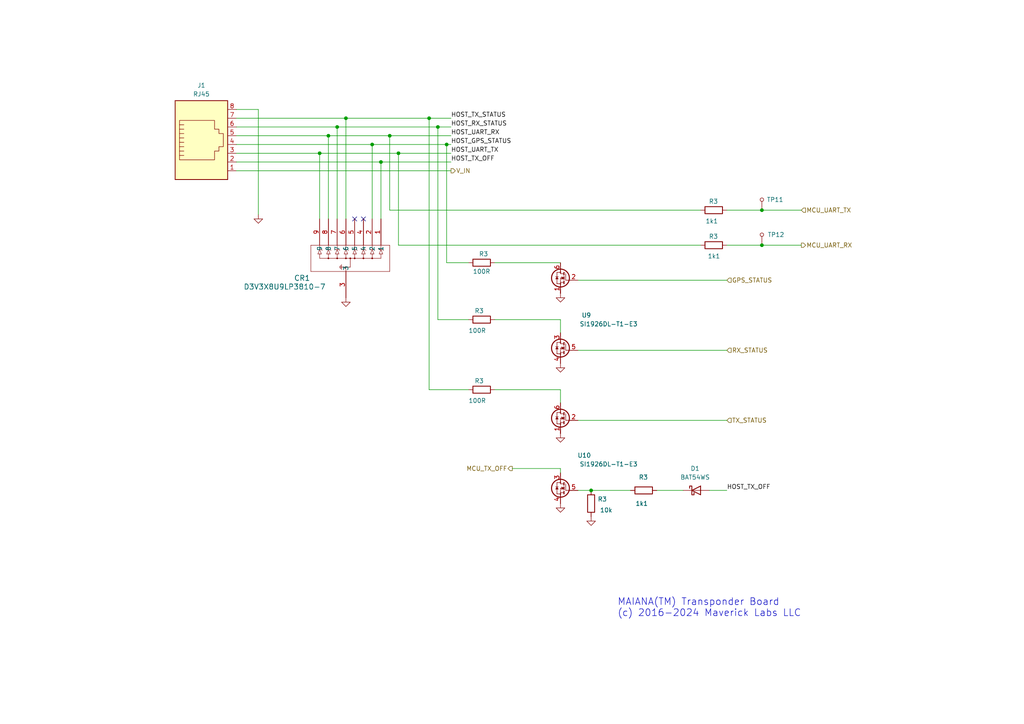
<source format=kicad_sch>
(kicad_sch (version 20230121) (generator eeschema)
  (paper "A4")
  (title_block (title "Off Board Connections") (date "2024-02-03") (rev "11.9.1"))
  (lib_symbols
    (symbol "Connector:RJ45" (pin_names (offset 1.016))
      (property "Reference" "J" (at -5.08 13.97 0))
      (property "Value" "RJ45" (at 2.54 13.97 0))
      (symbol "RJ45_0_1"
        (polyline (pts (xy -5.08 4.445) (xy -6.35 4.445)))
        (polyline (pts (xy -5.08 5.715) (xy -6.35 5.715)))
        (polyline (pts (xy -6.35 -3.175) (xy -5.08 -3.175) (xy -5.08 -3.175)))
        (polyline (pts (xy -6.35 -1.905) (xy -5.08 -1.905) (xy -5.08 -1.905)))
        (polyline (pts (xy -6.35 -0.635) (xy -5.08 -0.635) (xy -5.08 -0.635)))
        (polyline (pts (xy -6.35 0.635) (xy -5.08 0.635) (xy -5.08 0.635)))
        (polyline (pts (xy -6.35 1.905) (xy -5.08 1.905) (xy -5.08 1.905)))
        (polyline (pts (xy -5.08 3.175) (xy -6.35 3.175) (xy -6.35 3.175)))
        (polyline (pts (xy -6.35 -4.445) (xy -6.35 6.985) (xy 3.81 6.985) (xy 3.81 4.445) (xy 5.08 4.445) (xy 5.08 3.175) (xy 6.35 3.175) (xy 6.35 -0.635) (xy 5.08 -0.635) (xy 5.08 -1.905) (xy 3.81 -1.905) (xy 3.81 -4.445) (xy -6.35 -4.445) (xy -6.35 -4.445)))
        (rectangle (start 7.62 12.7) (end -7.62 -10.16) (stroke (width 0.254)) (fill (type background)))
      )
      (symbol "RJ45_1_1"
        (pin passive line (at 10.16 -7.62 180) (length 2.54) (name "~") (number "1"))
        (pin passive line (at 10.16 -5.08 180) (length 2.54) (name "~") (number "2"))
        (pin passive line (at 10.16 -2.54 180) (length 2.54) (name "~") (number "3"))
        (pin passive line (at 10.16 0 180) (length 2.54) (name "~") (number "4"))
        (pin passive line (at 10.16 2.54 180) (length 2.54) (name "~") (number "5"))
        (pin passive line (at 10.16 5.08 180) (length 2.54) (name "~") (number "6"))
        (pin passive line (at 10.16 7.62 180) (length 2.54) (name "~") (number "7"))
        (pin passive line (at 10.16 10.16 180) (length 2.54) (name "~") (number "8"))
      )
    )
    (symbol "D3V3X8U9LP3810:D3V3X8U9LP3810-7" (pin_names (offset 0.254))
      (property "Reference" "CR" (at 12.7 17.78 0))
      (property "Value" "D3V3X8U9LP3810-7" (at 12.7 15.24 0))
      (symbol "D3V3X8U9LP3810-7_0_1"
        (polyline (pts (xy 7.62 -10.16) (xy 15.24 -10.16)) (stroke (width 0.127)))
        (polyline (pts (xy 7.62 0) (xy 8.89 0)) (stroke (width 0.127)))
        (polyline (pts (xy 7.62 12.7) (xy 7.62 -10.16)) (stroke (width 0.127)))
        (polyline (pts (xy 8.382 -1.524) (xy 9.398 -1.524)) (stroke (width 0.127)))
        (polyline (pts (xy 8.636 -1.778) (xy 9.144 -1.778)) (stroke (width 0.127)))
        (polyline (pts (xy 8.89 1.27) (xy 8.89 -1.27)) (stroke (width 0.127)))
        (polyline (pts (xy 8.89 1.27) (xy 11.43 1.27)) (stroke (width 0.127)))
        (polyline (pts (xy 9.652 -1.27) (xy 8.128 -1.27)) (stroke (width 0.127)))
        (polyline (pts (xy 11.43 -7.62) (xy 12.7 -7.62)) (stroke (width 0.127)))
        (polyline (pts (xy 11.43 -5.08) (xy 12.7 -5.08)) (stroke (width 0.127)))
        (polyline (pts (xy 11.43 -2.54) (xy 12.7 -2.54)) (stroke (width 0.127)))
        (polyline (pts (xy 11.43 0) (xy 12.7 0)) (stroke (width 0.127)))
        (polyline (pts (xy 11.43 2.54) (xy 12.7 2.54)) (stroke (width 0.127)))
        (polyline (pts (xy 11.43 5.08) (xy 12.7 5.08)) (stroke (width 0.127)))
        (polyline (pts (xy 11.43 7.62) (xy 12.7 7.62)) (stroke (width 0.127)))
        (polyline (pts (xy 11.43 10.16) (xy 11.43 -7.62)) (stroke (width 0.127)))
        (polyline (pts (xy 11.43 10.16) (xy 12.7 10.16)) (stroke (width 0.127)))
        (polyline (pts (xy 12.7 -7.112) (xy 12.7 -8.128)) (stroke (width 0.127)))
        (polyline (pts (xy 12.7 -7.112) (xy 13.97 -7.62)) (stroke (width 0.127)))
        (polyline (pts (xy 12.7 -4.572) (xy 12.7 -5.588)) (stroke (width 0.127)))
        (polyline (pts (xy 12.7 -4.572) (xy 13.97 -5.08)) (stroke (width 0.127)))
        (polyline (pts (xy 12.7 -2.032) (xy 12.7 -3.048)) (stroke (width 0.127)))
        (polyline (pts (xy 12.7 -2.032) (xy 13.97 -2.54)) (stroke (width 0.127)))
        (polyline (pts (xy 12.7 0.508) (xy 12.7 -0.508)) (stroke (width 0.127)))
        (polyline (pts (xy 12.7 0.508) (xy 13.97 0)) (stroke (width 0.127)))
        (polyline (pts (xy 12.7 3.048) (xy 12.7 2.032)) (stroke (width 0.127)))
        (polyline (pts (xy 12.7 3.048) (xy 13.97 2.54)) (stroke (width 0.127)))
        (polyline (pts (xy 12.7 5.588) (xy 12.7 4.572)) (stroke (width 0.127)))
        (polyline (pts (xy 12.7 5.588) (xy 13.97 5.08)) (stroke (width 0.127)))
        (polyline (pts (xy 12.7 8.128) (xy 12.7 7.112)) (stroke (width 0.127)))
        (polyline (pts (xy 12.7 8.128) (xy 13.97 7.62)) (stroke (width 0.127)))
        (polyline (pts (xy 12.7 10.668) (xy 12.7 9.652)) (stroke (width 0.127)))
        (polyline (pts (xy 12.7 10.668) (xy 13.97 10.16)) (stroke (width 0.127)))
        (polyline (pts (xy 13.97 -7.62) (xy 12.7 -8.128)) (stroke (width 0.127)))
        (polyline (pts (xy 13.97 -7.62) (xy 15.24 -7.62)) (stroke (width 0.127)))
        (polyline (pts (xy 13.97 -7.112) (xy 13.716 -6.858)) (stroke (width 0.127)))
        (polyline (pts (xy 13.97 -7.112) (xy 13.97 -8.128)) (stroke (width 0.127)))
        (polyline (pts (xy 13.97 -5.588) (xy 14.224 -5.842)) (stroke (width 0.127)))
        (polyline (pts (xy 13.97 -5.08) (xy 12.7 -5.588)) (stroke (width 0.127)))
        (polyline (pts (xy 13.97 -5.08) (xy 15.24 -5.08)) (stroke (width 0.127)))
        (polyline (pts (xy 13.97 -4.572) (xy 13.716 -4.318)) (stroke (width 0.127)))
        (polyline (pts (xy 13.97 -4.572) (xy 13.97 -5.588)) (stroke (width 0.127)))
        (polyline (pts (xy 13.97 -3.048) (xy 14.224 -3.302)) (stroke (width 0.127)))
        (polyline (pts (xy 13.97 -2.54) (xy 12.7 -3.048)) (stroke (width 0.127)))
        (polyline (pts (xy 13.97 -2.54) (xy 15.24 -2.54)) (stroke (width 0.127)))
        (polyline (pts (xy 13.97 -2.032) (xy 13.716 -1.778)) (stroke (width 0.127)))
        (polyline (pts (xy 13.97 -2.032) (xy 13.97 -3.048)) (stroke (width 0.127)))
        (polyline (pts (xy 13.97 -0.508) (xy 14.224 -0.762)) (stroke (width 0.127)))
        (polyline (pts (xy 13.97 0) (xy 12.7 -0.508)) (stroke (width 0.127)))
        (polyline (pts (xy 13.97 0) (xy 15.24 0)) (stroke (width 0.127)))
        (polyline (pts (xy 13.97 0.508) (xy 13.716 0.762)) (stroke (width 0.127)))
        (polyline (pts (xy 13.97 0.508) (xy 13.97 -0.508)) (stroke (width 0.127)))
        (polyline (pts (xy 13.97 2.032) (xy 14.224 1.778)) (stroke (width 0.127)))
        (polyline (pts (xy 13.97 2.54) (xy 12.7 2.032)) (stroke (width 0.127)))
        (polyline (pts (xy 13.97 2.54) (xy 15.24 2.54)) (stroke (width 0.127)))
        (polyline (pts (xy 13.97 3.048) (xy 13.716 3.302)) (stroke (width 0.127)))
        (polyline (pts (xy 13.97 3.048) (xy 13.97 2.032)) (stroke (width 0.127)))
        (polyline (pts (xy 13.97 4.572) (xy 14.224 4.318)) (stroke (width 0.127)))
        (polyline (pts (xy 13.97 5.08) (xy 12.7 4.572)) (stroke (width 0.127)))
        (polyline (pts (xy 13.97 5.08) (xy 15.24 5.08)) (stroke (width 0.127)))
        (polyline (pts (xy 13.97 5.588) (xy 13.716 5.842)) (stroke (width 0.127)))
        (polyline (pts (xy 13.97 5.588) (xy 13.97 4.572)) (stroke (width 0.127)))
        (polyline (pts (xy 13.97 7.112) (xy 14.224 6.858)) (stroke (width 0.127)))
        (polyline (pts (xy 13.97 7.62) (xy 12.7 7.112)) (stroke (width 0.127)))
        (polyline (pts (xy 13.97 7.62) (xy 15.24 7.62)) (stroke (width 0.127)))
        (polyline (pts (xy 13.97 8.128) (xy 13.716 8.382)) (stroke (width 0.127)))
        (polyline (pts (xy 13.97 8.128) (xy 13.97 7.112)) (stroke (width 0.127)))
        (polyline (pts (xy 13.97 9.652) (xy 14.224 9.398)) (stroke (width 0.127)))
        (polyline (pts (xy 13.97 10.16) (xy 12.7 9.652)) (stroke (width 0.127)))
        (polyline (pts (xy 13.97 10.16) (xy 15.24 10.16)) (stroke (width 0.127)))
        (polyline (pts (xy 13.97 10.668) (xy 13.716 10.922)) (stroke (width 0.127)))
        (polyline (pts (xy 13.97 10.668) (xy 13.97 9.652)) (stroke (width 0.127)))
        (polyline (pts (xy 15.24 -10.16) (xy 15.24 12.7)) (stroke (width 0.127)))
        (polyline (pts (xy 15.24 12.7) (xy 7.62 12.7)) (stroke (width 0.127)))
        (circle (center 8.89 0) (radius 0.127) (stroke (width 0.254)))
        (circle (center 11.43 -5.08) (radius 0.127) (stroke (width 0.254)))
        (circle (center 11.43 -2.54) (radius 0.127) (stroke (width 0.254)))
        (circle (center 11.43 0) (radius 0.127) (stroke (width 0.254)))
        (circle (center 11.43 1.27) (radius 0.127) (stroke (width 0.254)))
        (circle (center 11.43 2.54) (radius 0.127) (stroke (width 0.254)))
        (circle (center 11.43 5.08) (radius 0.127) (stroke (width 0.254)))
        (circle (center 11.43 7.62) (radius 0.127) (stroke (width 0.254)))
        (pin unspecified line (at 22.86 10.16 180) (length 7.62) (name "1") (number "1"))
        (pin unspecified line (at 22.86 7.62 180) (length 7.62) (name "2") (number "2"))
        (pin unspecified line (at 0 0 0) (length 7.62) (name "3") (number "3"))
        (pin unspecified line (at 22.86 5.08 180) (length 7.62) (name "4") (number "4"))
        (pin unspecified line (at 22.86 2.54 180) (length 7.62) (name "5") (number "5"))
        (pin unspecified line (at 22.86 0 180) (length 7.62) (name "6") (number "6"))
        (pin unspecified line (at 22.86 -2.54 180) (length 7.62) (name "7") (number "7"))
        (pin unspecified line (at 22.86 -5.08 180) (length 7.62) (name "8") (number "8"))
        (pin unspecified line (at 22.86 -7.62 180) (length 7.62) (name "9") (number "9"))
      )
    )
    (symbol "Device:D_Schottky" (pin_numbers hide) (pin_names (offset 1.016) hide)
      (property "Reference" "D" (at 0 2.54 0))
      (property "Value" "D_Schottky" (at 0 -2.54 0))
      (symbol "D_Schottky_0_1"
        (polyline (pts (xy 1.27 0) (xy -1.27 0)))
        (polyline (pts (xy 1.27 1.27) (xy 1.27 -1.27) (xy -1.27 0) (xy 1.27 1.27)) (stroke (width 0.254)))
        (polyline (pts (xy -1.905 0.635) (xy -1.905 1.27) (xy -1.27 1.27) (xy -1.27 -1.27) (xy -0.635 -1.27) (xy -0.635 -0.635)) (stroke (width 0.254)))
      )
      (symbol "D_Schottky_1_1"
        (pin passive line (at -3.81 0 0) (length 2.54) (name "K") (number "1"))
        (pin passive line (at 3.81 0 180) (length 2.54) (name "A") (number "2"))
      )
    )
    (symbol "Device:R" (pin_numbers hide) (pin_names (offset 0))
      (property "Reference" "R" (at 2.032 0 90))
      (property "Value" "R" (at 0 0 90))
      (symbol "R_0_1"
        (rectangle (start -1.016 -2.54) (end 1.016 2.54) (stroke (width 0.254)))
      )
      (symbol "R_1_1"
        (pin passive line (at 0 3.81 270) (length 1.27) (name "~") (number "1"))
        (pin passive line (at 0 -3.81 90) (length 1.27) (name "~") (number "2"))
      )
    )
    (symbol "DualNMOS:DualNMOS"
      (property "Reference" "U" (at 6.604 1.397 0))
      (symbol "DualNMOS_1_1"
        (circle (center 0 -11.176) (radius 0.127))
        (circle (center 0 -9.525) (radius 2.5903) (stroke (width 0.3)))
        (circle (center 0 -7.874) (radius 0.127))
        (polyline (pts (xy -2.54 -10.16) (xy -1.524 -10.16)))
        (polyline (pts (xy -2.54 10.16) (xy -1.524 10.16)))
        (polyline (pts (xy -1.524 -10.16) (xy -1.524 -8.255)))
        (polyline (pts (xy -1.524 10.16) (xy -1.524 12.065)))
        (polyline (pts (xy -1.016 -10.414) (xy -1.016 -11.176)) (stroke (width 0.3)))
        (polyline (pts (xy -1.016 -9.144) (xy -1.016 -9.906)) (stroke (width 0.3)))
        (polyline (pts (xy -1.016 -7.874) (xy -1.016 -8.636)) (stroke (width 0.3)))
        (polyline (pts (xy -1.016 9.906) (xy -1.016 9.144)) (stroke (width 0.3)))
        (polyline (pts (xy -1.016 11.176) (xy -1.016 10.414)) (stroke (width 0.3)))
        (polyline (pts (xy -1.016 12.446) (xy -1.016 11.684)) (stroke (width 0.3)))
        (polyline (pts (xy -0.889 -10.795) (xy 0 -10.795)))
        (polyline (pts (xy -0.889 -9.525) (xy 0 -9.525)))
        (polyline (pts (xy -0.889 -8.255) (xy 0 -8.255)))
        (polyline (pts (xy -0.889 9.525) (xy 0 9.525)))
        (polyline (pts (xy -0.889 10.795) (xy 0 10.795)))
        (polyline (pts (xy -0.889 12.065) (xy 0 12.065)))
        (polyline (pts (xy 0 -10.795) (xy 0 -11.43)))
        (polyline (pts (xy 0 -9.525) (xy 0 -10.795)))
        (polyline (pts (xy 0 -8.255) (xy 0 -7.62)))
        (polyline (pts (xy 0 9.525) (xy 0 8.89)))
        (polyline (pts (xy 0 10.795) (xy 0 9.525)))
        (polyline (pts (xy 0 12.065) (xy 0 12.7)))
        (polyline (pts (xy 0.635 -9.144) (xy 1.397 -9.144)))
        (polyline (pts (xy 0.635 11.176) (xy 1.397 11.176)))
        (polyline (pts (xy 1.016 -11.176) (xy 0 -11.176)))
        (polyline (pts (xy 1.016 -11.049) (xy 1.016 -11.176)))
        (polyline (pts (xy 1.016 -9.779) (xy 1.016 -11.049)))
        (polyline (pts (xy 1.016 -9.271) (xy 1.016 -7.874)))
        (polyline (pts (xy 1.016 -7.874) (xy 0 -7.874)))
        (polyline (pts (xy 1.016 9.144) (xy 0 9.144)))
        (polyline (pts (xy 1.016 9.271) (xy 1.016 9.144)))
        (polyline (pts (xy 1.016 10.541) (xy 1.016 9.271)))
        (polyline (pts (xy 1.016 11.049) (xy 1.016 12.446)))
        (polyline (pts (xy 1.016 12.446) (xy 0 12.446)))
        (polyline (pts (xy 0 7.62) (xy 0 6.477) (xy 0 6.35)))
        (polyline (pts (xy -0.889 -9.525) (xy -0.381 -9.144) (xy -0.381 -9.906) (xy -0.889 -9.525)) (fill (type outline)))
        (polyline (pts (xy -0.889 10.795) (xy -0.381 11.176) (xy -0.381 10.414) (xy -0.889 10.795)) (fill (type outline)))
        (polyline (pts (xy 1.016 -9.271) (xy 1.397 -9.779) (xy 0.635 -9.779) (xy 1.016 -9.271)) (fill (type outline)))
        (polyline (pts (xy 1.016 11.049) (xy 1.397 10.541) (xy 0.635 10.541) (xy 1.016 11.049)) (fill (type outline)))
        (circle (center 0 9.144) (radius 0.127))
        (circle (center 0 10.795) (radius 2.5903) (stroke (width 0.3)))
        (circle (center 0 12.446) (radius 0.127))
        (pin input line (at 0 6.35 90) (length 2.54) (name "S1") (number "1"))
        (pin input line (at -5.08 10.16 0) (length 2.54) (name "G1") (number "2"))
        (pin input line (at 0 -5.08 270) (length 2.54) (name "D2") (number "3"))
        (pin input line (at 0 -13.97 90) (length 2.54) (name "S2") (number "4"))
        (pin input line (at -5.08 -10.16 0) (length 2.54) (name "G2") (number "5"))
        (pin input line (at 0 15.24 270) (length 2.54) (name "D1") (number "6"))
      )
    )
    (symbol "TestPads:TestPad-D1.2mm"
      (property "Reference" "TP" (at 1.27 4.826 0))
      (symbol "TestPad-D1.2mm_0_1"
        (circle (center 0 3.048) (radius 0.508))
      )
      (symbol "TestPad-D1.2mm_1_1"
        (pin passive line (at 0 0 90) (length 2.54) (name "P") (number "1"))
      )
    )
    (symbol "power:GND" (power) (pin_names (offset 0))
      (property "Value" "GND" (at 0 -3.81 0))
      (symbol "GND_0_1"
        (polyline (pts (xy 0 0) (xy 0 -1.27) (xy 1.27 -1.27) (xy 0 -2.54) (xy -1.27 -1.27) (xy 0 -1.27)))
      )
      (symbol "GND_1_1"
        (pin power_in line (at 0 0 270) (length 0) hide (name "GND") (number "1"))
      )
    )
  )
  (junction (at 127 36.83))
  (junction (at 100.33 34.29))
  (junction (at 220.98 71.12))
  (junction (at 95.25 39.37))
  (junction (at 92.71 44.45))
  (junction (at 113.03 39.37))
  (junction (at 97.79 36.83))
  (junction (at 115.57 44.45))
  (junction (at 171.45 142.24))
  (junction (at 220.98 60.96))
  (junction (at 107.95 41.91))
  (junction (at 129.54 41.91))
  (junction (at 110.49 46.99))
  (junction (at 124.46 34.29))
  (no_connect (at 105.41 63.5))
  (no_connect (at 102.87 63.5))
  (wire (pts (xy 115.57 44.45) (xy 130.81 44.45)))
  (wire (pts (xy 92.71 44.45) (xy 115.57 44.45)))
  (wire (pts (xy 68.58 44.45) (xy 92.71 44.45)))
  (wire (pts (xy 107.95 41.91) (xy 107.95 63.5)))
  (wire (pts (xy 135.89 92.71) (xy 127 92.71)))
  (wire (pts (xy 171.45 142.24) (xy 182.88 142.24)))
  (wire (pts (xy 129.54 76.2) (xy 135.89 76.2)))
  (wire (pts (xy 220.98 60.96) (xy 232.41 60.96)))
  (wire (pts (xy 167.64 142.24) (xy 171.45 142.24)))
  (wire (pts (xy 167.64 81.28) (xy 210.82 81.28)))
  (wire (pts (xy 143.51 113.03) (xy 162.56 113.03)))
  (wire (pts (xy 162.56 113.03) (xy 162.56 116.84)))
  (wire (pts (xy 129.54 76.2) (xy 129.54 41.91)))
  (wire (pts (xy 124.46 34.29) (xy 130.81 34.29)))
  (wire (pts (xy 115.57 71.12) (xy 115.57 44.45)))
  (wire (pts (xy 95.25 39.37) (xy 113.03 39.37)))
  (wire (pts (xy 129.54 41.91) (xy 130.81 41.91)))
  (wire (pts (xy 110.49 46.99) (xy 110.49 63.5)))
  (wire (pts (xy 135.89 113.03) (xy 124.46 113.03)))
  (wire (pts (xy 127 92.71) (xy 127 36.83)))
  (wire (pts (xy 107.95 41.91) (xy 129.54 41.91)))
  (wire (pts (xy 92.71 44.45) (xy 92.71 63.5)))
  (wire (pts (xy 68.58 31.75) (xy 74.93 31.75)))
  (wire (pts (xy 162.56 137.16) (xy 162.56 135.89)))
  (wire (pts (xy 167.64 121.92) (xy 210.82 121.92)))
  (wire (pts (xy 162.56 92.71) (xy 162.56 96.52)))
  (wire (pts (xy 68.58 34.29) (xy 100.33 34.29)))
  (wire (pts (xy 190.5 142.24) (xy 198.12 142.24)))
  (wire (pts (xy 210.82 60.96) (xy 220.98 60.96)))
  (wire (pts (xy 167.64 101.6) (xy 210.82 101.6)))
  (wire (pts (xy 162.56 135.89) (xy 148.59 135.89)))
  (wire (pts (xy 68.58 46.99) (xy 110.49 46.99)))
  (wire (pts (xy 115.57 71.12) (xy 203.2 71.12)))
  (wire (pts (xy 143.51 76.2) (xy 162.56 76.2)))
  (wire (pts (xy 220.98 71.12) (xy 232.41 71.12)))
  (wire (pts (xy 210.82 142.24) (xy 205.74 142.24)))
  (wire (pts (xy 95.25 39.37) (xy 95.25 63.5)))
  (wire (pts (xy 127 36.83) (xy 130.81 36.83)))
  (wire (pts (xy 113.03 39.37) (xy 130.81 39.37)))
  (wire (pts (xy 210.82 71.12) (xy 220.98 71.12)))
  (wire (pts (xy 113.03 60.96) (xy 203.2 60.96)))
  (wire (pts (xy 124.46 113.03) (xy 124.46 34.29)))
  (wire (pts (xy 100.33 34.29) (xy 100.33 63.5)))
  (wire (pts (xy 68.58 36.83) (xy 97.79 36.83)))
  (wire (pts (xy 97.79 36.83) (xy 127 36.83)))
  (wire (pts (xy 143.51 92.71) (xy 162.56 92.71)))
  (wire (pts (xy 68.58 39.37) (xy 95.25 39.37)))
  (wire (pts (xy 74.93 31.75) (xy 74.93 62.23)))
  (wire (pts (xy 97.79 36.83) (xy 97.79 63.5)))
  (wire (pts (xy 110.49 46.99) (xy 130.81 46.99)))
  (wire (pts (xy 68.58 49.53) (xy 130.81 49.53)))
  (wire (pts (xy 113.03 39.37) (xy 113.03 60.96)))
  (wire (pts (xy 100.33 34.29) (xy 124.46 34.29)))
  (wire (pts (xy 68.58 41.91) (xy 107.95 41.91)))
  (text "MAIANA(TM) Transponder Board\n(c) 2016-2024 Maverick Labs LLC" (at 179.07 179.07 0) (effects (font (size 2 2)) (justify left bottom)))
  (label "HOST_TX_OFF" (at 130.81 46.99 0))
  (label "HOST_UART_TX" (at 130.81 44.45 0))
  (label "HOST_RX_STATUS" (at 130.81 36.83 0))
  (label "HOST_UART_RX" (at 130.81 39.37 0))
  (label "HOST_GPS_STATUS" (at 130.81 41.91 0))
  (label "HOST_TX_STATUS" (at 130.81 34.29 0))
  (label "HOST_TX_OFF" (at 210.82 142.24 0))
  (hierarchical_label "GPS_STATUS" (shape input) (at 210.82 81.28 0))
  (hierarchical_label "MCU_UART_TX" (shape input) (at 232.41 60.96 0))
  (hierarchical_label "RX_STATUS" (shape input) (at 210.82 101.6 0))
  (hierarchical_label "MCU_TX_OFF" (shape output) (at 148.59 135.89 180))
  (hierarchical_label "MCU_UART_RX" (shape output) (at 232.41 71.12 0))
  (hierarchical_label "TX_STATUS" (shape input) (at 210.82 121.92 0))
  (hierarchical_label "V_IN" (shape output) (at 130.81 49.53 0))
  (symbol (lib_id "DualNMOS:DualNMOS") (at 162.56 132.08 0) (mirror y) (unit 1)
    (property "Reference" "U10" (at 171.45 132.08 0) (effects (justify left)))
    (property "Value" "SI1926DL-T1-E3" (at 176.53 134.62 0))
    (property "Footprint" "Package_TO_SOT_SMD:SOT-363_SC-70-6" (effects hide))
  )
  (symbol (lib_id "Device:R") (at 186.69 142.24 90) (unit 1)
    (property "Reference" "R3" (at 187.96 138.43 90) (effects (justify left)))
    (property "Value" "1k1" (at 187.96 146.05 90) (effects (justify left)))
    (property "Footprint" "Resistor_SMD:R_0603_1608Metric" (effects hide))
    (instances (project "transponder-11.9.1" (path "" (reference "R3") (unit 1)) (path "" (reference "R8") (unit 1)) (path "" (reference "R10") (unit 1)) (path "" (reference "R17") (unit 1))))
  )
  (symbol (lib_id "power:GND") (at 74.93 62.23 0) (unit 1)
    (property "Reference" "#PWR052" (effects hide))
    (property "Value" "GND" (effects hide))
  )
  (symbol (lib_id "Device:R") (at 139.7 76.2 90) (unit 1)
    (property "Reference" "R3" (at 141.605 73.66 90) (effects (justify left)))
    (property "Value" "100R" (at 142.24 78.74 90) (effects (justify left)))
    (property "Footprint" "Resistor_SMD:R_0603_1608Metric" (effects hide))
    (instances (project "transponder-11.9.1" (path "" (reference "R3") (unit 1)) (path "" (reference "R8") (unit 1)) (path "" (reference "R10") (unit 1)) (path "" (reference "R14") (unit 1))))
  )
  (symbol (lib_id "TestPads:TestPad-D1.2mm") (at 220.98 60.96 0) (unit 1)
    (property "Reference" "TP11" (at 222.377 57.912 0) (effects (justify left)))
    (property "Value" "~" (at 220.98 60.96 0))
    (property "Footprint" "TestPads:TP_1.2MM" (effects hide))
  )
  (symbol (lib_id "power:GND") (at 162.56 146.05 0) (unit 1)
    (property "Reference" "#PWR068" (effects hide))
    (property "Value" "GND" (effects hide))
  )
  (symbol (lib_id "power:GND") (at 162.56 105.41 0) (unit 1)
    (property "Reference" "#PWR066" (effects hide))
    (property "Value" "GND" (effects hide))
  )
  (symbol (lib_id "power:GND") (at 171.45 149.86 0) (mirror y) (unit 1)
    (property "Reference" "#PWR069" (effects hide))
    (property "Value" "GND" (effects hide))
  )
  (symbol (lib_id "DualNMOS:DualNMOS") (at 162.56 91.44 0) (mirror y) (unit 1)
    (property "Reference" "U9" (at 171.45 91.44 0) (effects (justify left)))
    (property "Value" "SI1926DL-T1-E3" (at 176.53 93.98 0))
    (property "Footprint" "Package_TO_SOT_SMD:SOT-363_SC-70-6" (effects hide))
  )
  (symbol (lib_id "Device:R") (at 207.01 60.96 90) (unit 1)
    (property "Reference" "R3" (at 208.28 58.42 90) (effects (justify left)))
    (property "Value" "1k1" (at 208.28 64.135 90) (effects (justify left)))
    (property "Footprint" "Resistor_SMD:R_0603_1608Metric" (effects hide))
    (instances (project "transponder-11.9.1" (path "" (reference "R3") (unit 1)) (path "" (reference "R8") (unit 1)) (path "" (reference "R10") (unit 1)) (path "" (reference "R12") (unit 1))))
  )
  (symbol (lib_id "power:GND") (at 162.56 125.73 0) (unit 1)
    (property "Reference" "#PWR067" (effects hide))
    (property "Value" "GND" (effects hide))
  )
  (symbol (lib_id "power:GND") (at 100.33 86.36 0) (unit 1)
    (property "Reference" "#PWR053" (effects hide))
    (property "Value" "GND" (effects hide))
  )
  (symbol (lib_id "Device:R") (at 171.45 146.05 0) (unit 1)
    (property "Reference" "R3" (at 173.355 144.78 0) (effects (justify left)))
    (property "Value" "10k" (at 173.99 147.955 0) (effects (justify left)))
    (property "Footprint" "Resistor_SMD:R_0603_1608Metric" (effects hide))
    (instances (project "transponder-11.9.1" (path "" (reference "R3") (unit 1)) (path "" (reference "R8") (unit 1)) (path "" (reference "R10") (unit 1)) (path "" (reference "R11") (unit 1))))
  )
  (symbol (lib_id "Device:D_Schottky") (at 201.93 142.24 0) (unit 1)
    (property "Reference" "D1" (at 201.6125 135.89 0))
    (property "Value" "BAT54WS" (at 201.6125 138.43 0))
    (property "Footprint" "Diode_SMD:D_SOD-323" (effects hide))
    (instances (project "transponder-11.9.1" (path "" (reference "D1") (unit 1)) (path "" (reference "D3") (unit 1))))
  )
  (symbol (lib_id "Device:R") (at 207.01 71.12 90) (unit 1)
    (property "Reference" "R3" (at 208.28 68.58 90) (effects (justify left)))
    (property "Value" "1k1" (at 208.915 74.295 90) (effects (justify left)))
    (property "Footprint" "Resistor_SMD:R_0603_1608Metric" (effects hide))
    (instances (project "transponder-11.9.1" (path "" (reference "R3") (unit 1)) (path "" (reference "R8") (unit 1)) (path "" (reference "R10") (unit 1)) (path "" (reference "R13") (unit 1))))
  )
  (symbol (lib_id "Connector:RJ45") (at 58.42 41.91 0) (unit 1)
    (property "Reference" "J1" (at 58.42 24.765 0))
    (property "Value" "RJ45" (at 58.42 27.305 0))
    (property "Footprint" "Connector_RJ:RJ45_Amphenol_54602-x08_Horizontal" (effects hide))
  )
  (symbol (lib_id "TestPads:TestPad-D1.2mm") (at 220.98 71.12 0) (unit 1)
    (property "Reference" "TP12" (at 222.631 68.072 0) (effects (justify left)))
    (property "Value" "~" (at 220.98 71.12 0))
    (property "Footprint" "TestPads:TP_1.2MM" (effects hide))
  )
  (symbol (lib_id "D3V3X8U9LP3810:D3V3X8U9LP3810-7") (at 100.33 86.36 270) (mirror x) (unit 1)
    (property "Reference" "CR1" (at 87.63 80.645 90) (effects (font (size 1.524 1.524))))
    (property "Value" "D3V3X8U9LP3810-7" (at 82.55 83.185 90) (effects (font (size 1.524 1.524))))
    (property "Footprint" "KiCadFootprints:U-DFN3810-9TYPE_B_DIO" (effects hide))
    (property "Datasheet" "D3V3X8U9LP3810-7" (effects hide))
  )
  (symbol (lib_id "Device:R") (at 139.7 92.71 90) (unit 1)
    (property "Reference" "R3" (at 140.335 90.17 90) (effects (justify left)))
    (property "Value" "100R" (at 140.97 95.885 90) (effects (justify left)))
    (property "Footprint" "Resistor_SMD:R_0603_1608Metric" (effects hide))
    (instances (project "transponder-11.9.1" (path "" (reference "R3") (unit 1)) (path "" (reference "R8") (unit 1)) (path "" (reference "R10") (unit 1)) (path "" (reference "R15") (unit 1))))
  )
  (symbol (lib_id "Device:R") (at 139.7 113.03 90) (unit 1)
    (property "Reference" "R3" (at 140.335 110.49 90) (effects (justify left)))
    (property "Value" "100R" (at 140.97 116.205 90) (effects (justify left)))
    (property "Footprint" "Resistor_SMD:R_0603_1608Metric" (effects hide))
    (instances (project "transponder-11.9.1" (path "" (reference "R3") (unit 1)) (path "" (reference "R8") (unit 1)) (path "" (reference "R10") (unit 1)) (path "" (reference "R16") (unit 1))))
  )
  (symbol (lib_id "power:GND") (at 162.56 85.09 0) (unit 1)
    (property "Reference" "#PWR065" (effects hide))
    (property "Value" "GND" (effects hide))
  )
)
</source>
